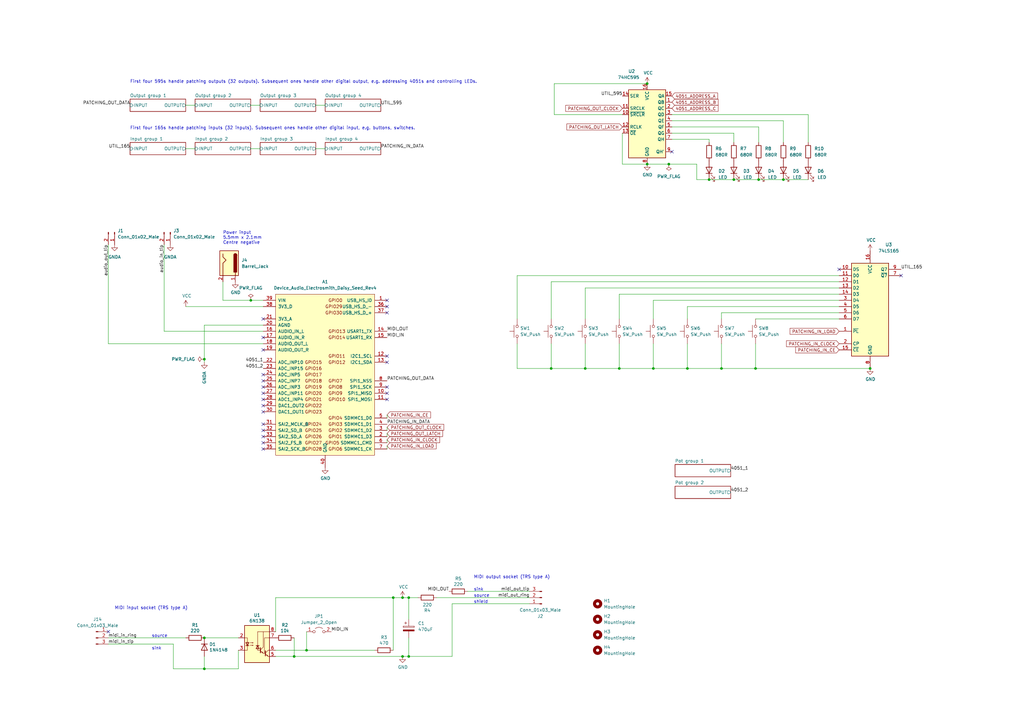
<source format=kicad_sch>
(kicad_sch (version 20211123) (generator eeschema)
  (paper "A3")
  (lib_symbols
    (symbol "74xx:74HC595"
      (property "Reference" "U" (at -7.62 13.97 0))
      (property "Value" "74HC595" (at -7.62 -16.51 0))
      (symbol "74HC595_1_0"
        (pin tri_state line (at 10.16 7.62 180) (length 2.54) (name "QB") (number "1"))
        (pin input line (at -10.16 2.54 0) (length 2.54) (name "~{SRCLR}") (number "10"))
        (pin input line (at -10.16 5.08 0) (length 2.54) (name "SRCLK") (number "11"))
        (pin input line (at -10.16 -2.54 0) (length 2.54) (name "RCLK") (number "12"))
        (pin input line (at -10.16 -5.08 0) (length 2.54) (name "~{OE}") (number "13"))
        (pin input line (at -10.16 10.16 0) (length 2.54) (name "SER") (number "14"))
        (pin tri_state line (at 10.16 10.16 180) (length 2.54) (name "QA") (number "15"))
        (pin power_in line (at 0 15.24 270) (length 2.54) (name "VCC") (number "16"))
        (pin tri_state line (at 10.16 5.08 180) (length 2.54) (name "QC") (number "2"))
        (pin tri_state line (at 10.16 2.54 180) (length 2.54) (name "QD") (number "3"))
        (pin tri_state line (at 10.16 0 180) (length 2.54) (name "QE") (number "4"))
        (pin tri_state line (at 10.16 -2.54 180) (length 2.54) (name "QF") (number "5"))
        (pin tri_state line (at 10.16 -5.08 180) (length 2.54) (name "QG") (number "6"))
        (pin tri_state line (at 10.16 -7.62 180) (length 2.54) (name "QH") (number "7"))
        (pin power_in line (at 0 -17.78 90) (length 2.54) (name "GND") (number "8"))
        (pin output line (at 10.16 -12.7 180) (length 2.54) (name "QH'") (number "9"))
      )
      (symbol "74HC595_1_1"
        (rectangle (start -7.62 12.7) (end 7.62 -15.24) (stroke (width 0.254)) (fill (type background)))
      )
    )
    (symbol "74xx:74LS165"
      (property "Reference" "U" (at -7.62 19.05 0))
      (property "Value" "74LS165" (at -7.62 -21.59 0))
      (symbol "74LS165_1_0"
        (pin input line (at -12.7 -10.16 0) (length 5.08) (name "~{PL}") (number "1"))
        (pin input line (at -12.7 15.24 0) (length 5.08) (name "DS") (number "10"))
        (pin input line (at -12.7 12.7 0) (length 5.08) (name "D0") (number "11"))
        (pin input line (at -12.7 10.16 0) (length 5.08) (name "D1") (number "12"))
        (pin input line (at -12.7 7.62 0) (length 5.08) (name "D2") (number "13"))
        (pin input line (at -12.7 5.08 0) (length 5.08) (name "D3") (number "14"))
        (pin input line (at -12.7 -17.78 0) (length 5.08) (name "~{CE}") (number "15"))
        (pin power_in line (at 0 22.86 270) (length 5.08) (name "VCC") (number "16"))
        (pin input line (at -12.7 -15.24 0) (length 5.08) (name "CP") (number "2"))
        (pin input line (at -12.7 2.54 0) (length 5.08) (name "D4") (number "3"))
        (pin input line (at -12.7 0 0) (length 5.08) (name "D5") (number "4"))
        (pin input line (at -12.7 -2.54 0) (length 5.08) (name "D6") (number "5"))
        (pin input line (at -12.7 -5.08 0) (length 5.08) (name "D7") (number "6"))
        (pin output line (at 12.7 12.7 180) (length 5.08) (name "~{Q7}") (number "7"))
        (pin power_in line (at 0 -25.4 90) (length 5.08) (name "GND") (number "8"))
        (pin output line (at 12.7 15.24 180) (length 5.08) (name "Q7") (number "9"))
      )
      (symbol "74LS165_1_1"
        (rectangle (start -7.62 17.78) (end 7.62 -20.32) (stroke (width 0.254)) (fill (type background)))
      )
    )
    (symbol "Connector:Barrel_Jack" (pin_names (offset 1.016))
      (property "Reference" "J" (at 0 5.334 0))
      (property "Value" "Barrel_Jack" (at 0 -5.08 0))
      (symbol "Barrel_Jack_0_1"
        (rectangle (start -5.08 3.81) (end 5.08 -3.81) (stroke (width 0.254)) (fill (type background)))
        (arc (start -3.302 3.175) (mid -3.937 2.54) (end -3.302 1.905) (stroke (width 0.254)))
        (arc (start -3.302 3.175) (mid -3.937 2.54) (end -3.302 1.905) (stroke (width 0.254)) (fill (type outline)))
        (polyline (pts (xy 5.08 2.54) (xy 3.81 2.54)) (stroke (width 0.254)))
        (polyline (pts (xy -3.81 -2.54) (xy -2.54 -2.54) (xy -1.27 -1.27) (xy 0 -2.54) (xy 2.54 -2.54) (xy 5.08 -2.54)) (stroke (width 0.254)))
        (rectangle (start 3.683 3.175) (end -3.302 1.905) (stroke (width 0.254)) (fill (type outline)))
      )
      (symbol "Barrel_Jack_1_1"
        (pin passive line (at 7.62 2.54 180) (length 2.54) (name "~") (number "1"))
        (pin passive line (at 7.62 -2.54 180) (length 2.54) (name "~") (number "2"))
      )
    )
    (symbol "Connector:Conn_01x02_Male" (pin_names (offset 1.016) hide)
      (property "Reference" "J" (at 0 2.54 0))
      (property "Value" "Conn_01x02_Male" (at 0 -5.08 0))
      (symbol "Conn_01x02_Male_1_1"
        (polyline (pts (xy 1.27 -2.54) (xy 0.8636 -2.54)) (stroke (width 0.1524)))
        (polyline (pts (xy 1.27 0) (xy 0.8636 0)) (stroke (width 0.1524)))
        (rectangle (start 0.8636 -2.413) (end 0 -2.667) (stroke (width 0.1524)) (fill (type outline)))
        (rectangle (start 0.8636 0.127) (end 0 -0.127) (stroke (width 0.1524)) (fill (type outline)))
        (pin passive line (at 5.08 0 180) (length 3.81) (name "Pin_1") (number "1"))
        (pin passive line (at 5.08 -2.54 180) (length 3.81) (name "Pin_2") (number "2"))
      )
    )
    (symbol "Connector:Conn_01x03_Male" (pin_names (offset 1.016) hide)
      (property "Reference" "J" (at 0 5.08 0))
      (property "Value" "Conn_01x03_Male" (at 0 -5.08 0))
      (symbol "Conn_01x03_Male_1_1"
        (polyline (pts (xy 1.27 -2.54) (xy 0.8636 -2.54)) (stroke (width 0.1524)))
        (polyline (pts (xy 1.27 0) (xy 0.8636 0)) (stroke (width 0.1524)))
        (polyline (pts (xy 1.27 2.54) (xy 0.8636 2.54)) (stroke (width 0.1524)))
        (rectangle (start 0.8636 -2.413) (end 0 -2.667) (stroke (width 0.1524)) (fill (type outline)))
        (rectangle (start 0.8636 0.127) (end 0 -0.127) (stroke (width 0.1524)) (fill (type outline)))
        (rectangle (start 0.8636 2.667) (end 0 2.413) (stroke (width 0.1524)) (fill (type outline)))
        (pin passive line (at 5.08 2.54 180) (length 3.81) (name "Pin_1") (number "1"))
        (pin passive line (at 5.08 0 180) (length 3.81) (name "Pin_2") (number "2"))
        (pin passive line (at 5.08 -2.54 180) (length 3.81) (name "Pin_3") (number "3"))
      )
    )
    (symbol "Device:C_Polarized" (pin_numbers hide) (pin_names (offset 0.254))
      (property "Reference" "C" (at 0.635 2.54 0))
      (property "Value" "C_Polarized" (at 0.635 -2.54 0))
      (symbol "C_Polarized_0_1"
        (rectangle (start -2.286 0.508) (end 2.286 1.016))
        (polyline (pts (xy -1.778 2.286) (xy -0.762 2.286)))
        (polyline (pts (xy -1.27 2.794) (xy -1.27 1.778)))
        (rectangle (start 2.286 -0.508) (end -2.286 -1.016) (fill (type outline)))
      )
      (symbol "C_Polarized_1_1"
        (pin passive line (at 0 3.81 270) (length 2.794) (name "~") (number "1"))
        (pin passive line (at 0 -3.81 90) (length 2.794) (name "~") (number "2"))
      )
    )
    (symbol "Device:LED" (pin_numbers hide) (pin_names (offset 1.016) hide)
      (property "Reference" "D" (at 0 2.54 0))
      (property "Value" "LED" (at 0 -2.54 0))
      (symbol "LED_0_1"
        (polyline (pts (xy -1.27 -1.27) (xy -1.27 1.27)) (stroke (width 0.254)))
        (polyline (pts (xy -1.27 0) (xy 1.27 0)))
        (polyline (pts (xy 1.27 -1.27) (xy 1.27 1.27) (xy -1.27 0) (xy 1.27 -1.27)) (stroke (width 0.254)))
        (polyline (pts (xy -3.048 -0.762) (xy -4.572 -2.286) (xy -3.81 -2.286) (xy -4.572 -2.286) (xy -4.572 -1.524)))
        (polyline (pts (xy -1.778 -0.762) (xy -3.302 -2.286) (xy -2.54 -2.286) (xy -3.302 -2.286) (xy -3.302 -1.524)))
      )
      (symbol "LED_1_1"
        (pin passive line (at -3.81 0 0) (length 2.54) (name "K") (number "1"))
        (pin passive line (at 3.81 0 180) (length 2.54) (name "A") (number "2"))
      )
    )
    (symbol "Device:R" (pin_numbers hide) (pin_names (offset 0))
      (property "Reference" "R" (at 2.032 0 90))
      (property "Value" "R" (at 0 0 90))
      (symbol "R_0_1"
        (rectangle (start -1.016 -2.54) (end 1.016 2.54) (stroke (width 0.254)))
      )
      (symbol "R_1_1"
        (pin passive line (at 0 3.81 270) (length 1.27) (name "~") (number "1"))
        (pin passive line (at 0 -3.81 90) (length 1.27) (name "~") (number "2"))
      )
    )
    (symbol "Device_Audio_Electrosmith_Daisy_Seed:Device_Audio_Electrosmith_Daisy_Seed_Rev4" (pin_names (offset 1.016))
      (property "Reference" "A" (at -20.32 34.29 0))
      (property "Value" "Device_Audio_Electrosmith_Daisy_Seed_Rev4" (at 20.32 36.83 0))
      (symbol "Device_Audio_Electrosmith_Daisy_Seed_Rev4_0_0"
        (text "GPIO0" (at 1.27 30.48 0) (effects (font (size 1.27 1.27)) (justify left)))
        (text "GPIO1" (at 1.27 -25.4 0) (effects (font (size 1.27 1.27)) (justify left)))
        (text "GPIO10" (at 1.27 -10.16 0) (effects (font (size 1.27 1.27)) (justify left)))
        (text "GPIO11" (at 1.27 7.62 0) (effects (font (size 1.27 1.27)) (justify left)))
        (text "GPIO12" (at 1.27 5.08 0) (effects (font (size 1.27 1.27)) (justify left)))
        (text "GPIO13" (at 1.27 17.78 0) (effects (font (size 1.27 1.27)) (justify left)))
        (text "GPIO14" (at 1.27 15.24 0) (effects (font (size 1.27 1.27)) (justify left)))
        (text "GPIO15" (at -1.27 5.08 0) (effects (font (size 1.27 1.27)) (justify right)))
        (text "GPIO16" (at -1.27 2.54 0) (effects (font (size 1.27 1.27)) (justify right)))
        (text "GPIO17" (at -1.27 0 0) (effects (font (size 1.27 1.27)) (justify right)))
        (text "GPIO18" (at -1.27 -2.54 0) (effects (font (size 1.27 1.27)) (justify right)))
        (text "GPIO19" (at -1.27 -5.08 0) (effects (font (size 1.27 1.27)) (justify right)))
        (text "GPIO2" (at 1.27 -22.86 0) (effects (font (size 1.27 1.27)) (justify left)))
        (text "GPIO20" (at -1.27 -7.62 0) (effects (font (size 1.27 1.27)) (justify right)))
        (text "GPIO21" (at -1.27 -10.16 0) (effects (font (size 1.27 1.27)) (justify right)))
        (text "GPIO22" (at -1.27 -12.7 0) (effects (font (size 1.27 1.27)) (justify right)))
        (text "GPIO23" (at -1.27 -15.24 0) (effects (font (size 1.27 1.27)) (justify right)))
        (text "GPIO24" (at -1.27 -20.32 0) (effects (font (size 1.27 1.27)) (justify right)))
        (text "GPIO25" (at -1.27 -22.86 0) (effects (font (size 1.27 1.27)) (justify right)))
        (text "GPIO26" (at -1.27 -25.4 0) (effects (font (size 1.27 1.27)) (justify right)))
        (text "GPIO27" (at -1.27 -27.94 0) (effects (font (size 1.27 1.27)) (justify right)))
        (text "GPIO28" (at -1.27 -30.48 0) (effects (font (size 1.27 1.27)) (justify right)))
        (text "GPIO29" (at 0 27.94 0) (effects (font (size 1.27 1.27)) (justify left)))
        (text "GPIO3" (at 1.27 -20.32 0) (effects (font (size 1.27 1.27)) (justify left)))
        (text "GPIO30" (at 0 25.4 0) (effects (font (size 1.27 1.27)) (justify left)))
        (text "GPIO4" (at 1.27 -17.78 0) (effects (font (size 1.27 1.27)) (justify left)))
        (text "GPIO5" (at 0 -27.94 0) (effects (font (size 1.27 1.27)) (justify left)))
        (text "GPIO6" (at 1.27 -30.48 0) (effects (font (size 1.27 1.27)) (justify left)))
        (text "GPIO7" (at 1.27 -2.54 0) (effects (font (size 1.27 1.27)) (justify left)))
        (text "GPIO8" (at 1.27 -5.08 0) (effects (font (size 1.27 1.27)) (justify left)))
        (text "GPIO9" (at 1.27 -7.62 0) (effects (font (size 1.27 1.27)) (justify left)))
        (pin bidirectional line (at 25.4 30.48 180) (length 5.08) (name "USB_HS_ID") (number "1"))
        (pin bidirectional line (at 25.4 -7.62 180) (length 5.08) (name "SPI1_MISO") (number "10"))
        (pin bidirectional line (at 25.4 -10.16 180) (length 5.08) (name "SPI1_MOSI") (number "11"))
        (pin bidirectional line (at 25.4 7.62 180) (length 5.08) (name "I2C1_SCL") (number "12"))
        (pin bidirectional line (at 25.4 5.08 180) (length 5.08) (name "I2C1_SDA") (number "13"))
        (pin bidirectional line (at 25.4 17.78 180) (length 5.08) (name "USART1_TX") (number "14"))
        (pin bidirectional line (at 25.4 15.24 180) (length 5.08) (name "USART1_RX") (number "15"))
        (pin input line (at -25.4 17.78 0) (length 5.08) (name "AUDIO_IN_L") (number "16"))
        (pin input line (at -25.4 15.24 0) (length 5.08) (name "AUDIO_IN_R") (number "17"))
        (pin output line (at -25.4 12.7 0) (length 5.08) (name "AUDIO_OUT_L") (number "18"))
        (pin output line (at -25.4 10.16 0) (length 5.08) (name "AUDIO_OUT_R") (number "19"))
        (pin bidirectional line (at 25.4 -25.4 180) (length 5.08) (name "SDMMC1_D3") (number "2"))
        (pin passive line (at -25.4 20.32 0) (length 5.08) (name "AGND") (number "20"))
        (pin power_out line (at -25.4 22.86 0) (length 5.08) (name "3V3_A") (number "21"))
        (pin bidirectional line (at -25.4 5.08 0) (length 5.08) (name "ADC_INP10") (number "22"))
        (pin bidirectional line (at -25.4 2.54 0) (length 5.08) (name "ADC_INP15") (number "23"))
        (pin bidirectional line (at -25.4 0 0) (length 5.08) (name "ADC_INP5") (number "24"))
        (pin bidirectional line (at -25.4 -2.54 0) (length 5.08) (name "ADC_INP7") (number "25"))
        (pin bidirectional line (at -25.4 -5.08 0) (length 5.08) (name "ADC_INP3") (number "26"))
        (pin bidirectional line (at -25.4 -7.62 0) (length 5.08) (name "ADC_INP11") (number "27"))
        (pin bidirectional line (at -25.4 -10.16 0) (length 5.08) (name "ADC1_INP4") (number "28"))
        (pin bidirectional line (at -25.4 -12.7 0) (length 5.08) (name "DAC1_OUT2") (number "29"))
        (pin bidirectional line (at 25.4 -22.86 180) (length 5.08) (name "SDMMC1_D2") (number "3"))
        (pin bidirectional line (at -25.4 -15.24 0) (length 5.08) (name "DAC1_OUT1") (number "30"))
        (pin bidirectional line (at -25.4 -20.32 0) (length 5.08) (name "SAI2_MCLK_B") (number "31"))
        (pin bidirectional line (at -25.4 -22.86 0) (length 5.08) (name "SAI2_SD_B") (number "32"))
        (pin bidirectional line (at -25.4 -25.4 0) (length 5.08) (name "SAI2_SD_A") (number "33"))
        (pin bidirectional line (at -25.4 -27.94 0) (length 5.08) (name "SAI2_FS_B") (number "34"))
        (pin bidirectional line (at -25.4 -30.48 0) (length 5.08) (name "SAI2_SCK_B") (number "35"))
        (pin bidirectional line (at 25.4 27.94 180) (length 5.08) (name "USB_HS_D_-") (number "36"))
        (pin bidirectional line (at 25.4 25.4 180) (length 5.08) (name "USB_HS_D_+") (number "37"))
        (pin power_out line (at -25.4 27.94 0) (length 5.08) (name "3V3_D") (number "38"))
        (pin power_in line (at -25.4 30.48 0) (length 5.08) (name "VIN") (number "39"))
        (pin bidirectional line (at 25.4 -20.32 180) (length 5.08) (name "SDMMC1_D1") (number "4"))
        (pin passive line (at 0 -38.1 90) (length 5.08) (name "GND") (number "40"))
        (pin bidirectional line (at 25.4 -17.78 180) (length 5.08) (name "SDMMC1_D0") (number "5"))
        (pin bidirectional line (at 25.4 -27.94 180) (length 5.08) (name "SDMMC1_CMD") (number "6"))
        (pin bidirectional line (at 25.4 -30.48 180) (length 5.08) (name "SDMMC1_CK") (number "7"))
        (pin bidirectional line (at 25.4 -2.54 180) (length 5.08) (name "SPI1_NSS") (number "8"))
        (pin bidirectional line (at 25.4 -5.08 180) (length 5.08) (name "SPI1_SCK") (number "9"))
      )
      (symbol "Device_Audio_Electrosmith_Daisy_Seed_Rev4_0_1"
        (rectangle (start -20.32 33.02) (end 20.32 -33.02) (fill (type background)))
      )
    )
    (symbol "Diode:1N4148" (pin_numbers hide) (pin_names (offset 1.016) hide)
      (property "Reference" "D" (at 0 2.54 0))
      (property "Value" "1N4148" (at 0 -2.54 0))
      (symbol "1N4148_0_1"
        (polyline (pts (xy -1.27 1.27) (xy -1.27 -1.27)) (stroke (width 0.254)))
        (polyline (pts (xy 1.27 0) (xy -1.27 0)))
        (polyline (pts (xy 1.27 1.27) (xy 1.27 -1.27) (xy -1.27 0) (xy 1.27 1.27)) (stroke (width 0.254)))
      )
      (symbol "1N4148_1_1"
        (pin passive line (at -3.81 0 0) (length 2.54) (name "K") (number "1"))
        (pin passive line (at 3.81 0 180) (length 2.54) (name "A") (number "2"))
      )
    )
    (symbol "Isolator:6N138" (pin_names (offset 1.016) hide)
      (property "Reference" "U" (at -4.064 8.89 0))
      (property "Value" "6N138" (at 2.286 8.89 0))
      (symbol "6N138_0_1"
        (rectangle (start -5.08 7.62) (end 5.08 -7.62) (stroke (width 0.254)) (fill (type background)))
        (polyline (pts (xy -4.572 -0.635) (xy -3.302 -0.635)) (stroke (width 0.254)))
        (polyline (pts (xy 0.889 -0.635) (xy -0.381 -0.635)) (stroke (width 0.254)))
        (polyline (pts (xy 1.397 -2.667) (xy 2.54 -3.81)))
        (polyline (pts (xy 1.397 -2.413) (xy 2.54 -1.27)))
        (polyline (pts (xy 2.54 -3.81) (xy 3.175 -3.81)))
        (polyline (pts (xy 3.429 -3.937) (xy 4.572 -5.08)))
        (polyline (pts (xy 3.429 -3.683) (xy 4.572 -2.54)))
        (polyline (pts (xy 4.572 -5.08) (xy 5.08 -5.08)))
        (polyline (pts (xy 4.572 -2.54) (xy 5.08 -2.54)))
        (polyline (pts (xy 1.397 -1.524) (xy 1.397 -3.556) (xy 1.397 -3.556)) (stroke (width 0.3556)))
        (polyline (pts (xy 2.54 -1.27) (xy 2.54 5.08) (xy 5.08 5.08)))
        (polyline (pts (xy 3.429 -2.794) (xy 3.429 -4.826) (xy 3.429 -4.826)) (stroke (width 0.3556)))
        (polyline (pts (xy 5.08 2.54) (xy 3.048 2.54) (xy 3.048 -3.81)))
        (polyline (pts (xy -5.08 -2.54) (xy -3.937 -2.54) (xy -3.937 2.54) (xy -5.08 2.54)))
        (polyline (pts (xy -3.937 -0.635) (xy -4.572 0.635) (xy -3.302 0.635) (xy -3.937 -0.635)) (stroke (width 0.254)))
        (polyline (pts (xy 0.254 -0.635) (xy 0.889 -1.905) (xy -0.381 -1.905) (xy 0.254 -0.635)) (stroke (width 0.254)))
        (polyline (pts (xy 1.27 -2.54) (xy 0.254 -2.54) (xy 0.254 5.08) (xy 2.54 5.08)))
        (polyline (pts (xy 2.413 -3.683) (xy 2.159 -3.175) (xy 1.905 -3.429) (xy 2.413 -3.683)))
        (polyline (pts (xy 4.445 -4.953) (xy 4.191 -4.445) (xy 3.937 -4.699) (xy 4.445 -4.953)))
        (polyline (pts (xy -2.794 -0.508) (xy -1.524 -0.508) (xy -1.905 -0.635) (xy -1.905 -0.381) (xy -1.524 -0.508)))
        (polyline (pts (xy -2.794 0.508) (xy -1.524 0.508) (xy -1.905 0.381) (xy -1.905 0.635) (xy -1.524 0.508)))
      )
      (symbol "6N138_1_1"
        (pin no_connect line (at -5.08 5.08 0) (length 2.54) hide (name "NC") (number "1"))
        (pin passive line (at -7.62 2.54 0) (length 2.54) (name "C1") (number "2"))
        (pin passive line (at -7.62 -2.54 0) (length 2.54) (name "C2") (number "3"))
        (pin no_connect line (at -5.08 -5.08 0) (length 2.54) hide (name "NC") (number "4"))
        (pin passive line (at 7.62 -5.08 180) (length 2.54) (name "GND") (number "5"))
        (pin passive line (at 7.62 -2.54 180) (length 2.54) (name "VO2") (number "6"))
        (pin passive line (at 7.62 2.54 180) (length 2.54) (name "VO1") (number "7"))
        (pin passive line (at 7.62 5.08 180) (length 2.54) (name "VCC") (number "8"))
      )
    )
    (symbol "Jumper:Jumper_2_Open" (pin_names (offset 0) hide)
      (property "Reference" "JP" (at 0 2.794 0))
      (property "Value" "Jumper_2_Open" (at 0 -2.286 0))
      (symbol "Jumper_2_Open_0_0"
        (circle (center -2.032 0) (radius 0.508))
        (circle (center 2.032 0) (radius 0.508))
      )
      (symbol "Jumper_2_Open_0_1"
        (arc (start 1.524 1.27) (mid 0 1.778) (end -1.524 1.27))
      )
      (symbol "Jumper_2_Open_1_1"
        (pin passive line (at -5.08 0 0) (length 2.54) (name "A") (number "1"))
        (pin passive line (at 5.08 0 180) (length 2.54) (name "B") (number "2"))
      )
    )
    (symbol "Mechanical:MountingHole" (pin_names (offset 1.016))
      (property "Reference" "H" (at 0 5.08 0))
      (property "Value" "MountingHole" (at 0 3.175 0))
      (symbol "MountingHole_0_1"
        (circle (center 0 0) (radius 1.27) (stroke (width 1.27)))
      )
    )
    (symbol "Switch:SW_Push" (pin_numbers hide) (pin_names (offset 1.016) hide)
      (property "Reference" "SW" (at 1.27 2.54 0))
      (property "Value" "SW_Push" (at 0 -1.524 0))
      (symbol "SW_Push_0_1"
        (circle (center -2.032 0) (radius 0.508))
        (polyline (pts (xy 0 1.27) (xy 0 3.048)))
        (polyline (pts (xy 2.54 1.27) (xy -2.54 1.27)))
        (circle (center 2.032 0) (radius 0.508))
        (pin passive line (at -5.08 0 0) (length 2.54) (name "1") (number "1"))
        (pin passive line (at 5.08 0 180) (length 2.54) (name "2") (number "2"))
      )
    )
    (symbol "power:GND" (power) (pin_names (offset 0))
      (property "Value" "GND" (at 0 -3.81 0))
      (symbol "GND_0_1"
        (polyline (pts (xy 0 0) (xy 0 -1.27) (xy 1.27 -1.27) (xy 0 -2.54) (xy -1.27 -1.27) (xy 0 -1.27)))
      )
      (symbol "GND_1_1"
        (pin power_in line (at 0 0 270) (length 0) hide (name "GND") (number "1"))
      )
    )
    (symbol "power:GNDA" (power) (pin_names (offset 0))
      (property "Value" "GNDA" (at 0 -3.81 0))
      (symbol "GNDA_0_1"
        (polyline (pts (xy 0 0) (xy 0 -1.27) (xy 1.27 -1.27) (xy 0 -2.54) (xy -1.27 -1.27) (xy 0 -1.27)))
      )
      (symbol "GNDA_1_1"
        (pin power_in line (at 0 0 270) (length 0) hide (name "GNDA") (number "1"))
      )
    )
    (symbol "power:PWR_FLAG" (power) (pin_numbers hide) (pin_names (offset 0) hide)
      (property "Value" "PWR_FLAG" (at 0 3.81 0))
      (symbol "PWR_FLAG_0_0"
        (pin power_out line (at 0 0 90) (length 0) (name "pwr") (number "1"))
      )
      (symbol "PWR_FLAG_0_1"
        (polyline (pts (xy 0 0) (xy 0 1.27) (xy -1.016 1.905) (xy 0 2.54) (xy 1.016 1.905) (xy 0 1.27)))
      )
    )
    (symbol "power:VCC" (power) (pin_names (offset 0))
      (property "Value" "VCC" (at 0 3.81 0))
      (symbol "VCC_0_1"
        (polyline (pts (xy -0.762 1.27) (xy 0 2.54)))
        (polyline (pts (xy 0 0) (xy 0 2.54)))
        (polyline (pts (xy 0 2.54) (xy 0.762 1.27)))
      )
      (symbol "VCC_1_1"
        (pin power_in line (at 0 0 90) (length 0) hide (name "VCC") (number "1"))
      )
    )
  )
  (junction (at 240.03 151.13))
  (junction (at 83.82 261.62))
  (junction (at 309.88 151.13))
  (junction (at 165.1 269.24))
  (junction (at 226.06 151.13))
  (junction (at 167.64 269.24))
  (junction (at 83.82 147.32))
  (junction (at 267.97 151.13))
  (junction (at 321.31 73.66))
  (junction (at 274.32 67.31))
  (junction (at 265.43 67.31))
  (junction (at 265.43 34.29))
  (junction (at 102.87 123.19))
  (junction (at 83.82 274.32))
  (junction (at 161.29 245.11))
  (junction (at 290.83 73.66))
  (junction (at 281.94 151.13))
  (junction (at 311.15 73.66))
  (junction (at 167.64 245.11))
  (junction (at 295.91 151.13))
  (junction (at 125.73 266.7))
  (junction (at 356.87 151.13))
  (junction (at 254 151.13))
  (junction (at 165.1 245.11))
  (junction (at 300.99 73.66))
  (junction (at 120.65 269.24))
  (no_connect (at 369.57 113.03))
  (no_connect (at 344.17 110.49))
  (no_connect (at 107.95 143.51))
  (no_connect (at 107.95 138.43))
  (no_connect (at 275.59 62.23))
  (no_connect (at 107.95 130.81))
  (no_connect (at 158.75 158.75))
  (no_connect (at 158.75 163.83))
  (no_connect (at 158.75 161.29))
  (no_connect (at 158.75 123.19))
  (no_connect (at 158.75 125.73))
  (no_connect (at 158.75 128.27))
  (no_connect (at 107.95 158.75))
  (no_connect (at 107.95 168.91))
  (no_connect (at 107.95 166.37))
  (no_connect (at 107.95 163.83))
  (no_connect (at 107.95 161.29))
  (no_connect (at 107.95 156.21))
  (no_connect (at 107.95 181.61))
  (no_connect (at 107.95 179.07))
  (no_connect (at 107.95 184.15))
  (no_connect (at 107.95 176.53))
  (no_connect (at 107.95 173.99))
  (no_connect (at 158.75 148.59))
  (no_connect (at 158.75 146.05))
  (no_connect (at 107.95 153.67))
  (no_connect (at 44.45 259.08))
  (wire (pts (xy 76.2 60.96) (xy 80.01 60.96)))
  (wire (pts (xy 254 140.97) (xy 254 151.13)))
  (wire (pts (xy 274.32 67.31) (xy 285.75 67.31)))
  (wire (pts (xy 107.95 133.35) (xy 83.82 133.35)))
  (wire (pts (xy 113.03 245.11) (xy 161.29 245.11)))
  (wire (pts (xy 344.17 113.03) (xy 212.09 113.03)))
  (wire (pts (xy 129.54 60.96) (xy 133.35 60.96)))
  (wire (pts (xy 97.79 274.32) (xy 83.82 274.32)))
  (wire (pts (xy 158.75 177.8) (xy 158.75 179.07)))
  (wire (pts (xy 226.06 151.13) (xy 240.03 151.13)))
  (wire (pts (xy 165.1 269.24) (xy 167.64 269.24)))
  (wire (pts (xy 295.91 140.97) (xy 295.91 151.13)))
  (wire (pts (xy 91.44 123.19) (xy 102.87 123.19)))
  (wire (pts (xy 275.59 49.53) (xy 321.31 49.53)))
  (wire (pts (xy 344.17 118.11) (xy 240.03 118.11)))
  (wire (pts (xy 227.33 46.99) (xy 227.33 34.29)))
  (wire (pts (xy 290.83 73.66) (xy 300.99 73.66)))
  (wire (pts (xy 167.64 254) (xy 167.64 245.11)))
  (wire (pts (xy 281.94 140.97) (xy 281.94 151.13)))
  (wire (pts (xy 185.42 247.65) (xy 217.17 247.65)))
  (wire (pts (xy 275.59 57.15) (xy 290.83 57.15)))
  (wire (pts (xy 67.31 100.33) (xy 67.31 135.89)))
  (wire (pts (xy 254 120.65) (xy 254 130.81)))
  (wire (pts (xy 267.97 123.19) (xy 267.97 130.81)))
  (wire (pts (xy 226.06 140.97) (xy 226.06 151.13)))
  (wire (pts (xy 165.1 245.11) (xy 167.64 245.11)))
  (wire (pts (xy 167.64 245.11) (xy 171.45 245.11)))
  (wire (pts (xy 255.27 67.31) (xy 265.43 67.31)))
  (wire (pts (xy 44.45 264.16) (xy 71.12 264.16)))
  (wire (pts (xy 120.65 269.24) (xy 165.1 269.24)))
  (wire (pts (xy 275.59 54.61) (xy 300.99 54.61)))
  (wire (pts (xy 76.2 125.73) (xy 107.95 125.73)))
  (wire (pts (xy 158.75 182.88) (xy 158.75 184.15)))
  (wire (pts (xy 83.82 274.32) (xy 83.82 269.24)))
  (wire (pts (xy 120.65 261.62) (xy 120.65 269.24)))
  (wire (pts (xy 240.03 151.13) (xy 254 151.13)))
  (wire (pts (xy 227.33 34.29) (xy 265.43 34.29)))
  (wire (pts (xy 44.45 140.97) (xy 107.95 140.97)))
  (wire (pts (xy 113.03 269.24) (xy 120.65 269.24)))
  (wire (pts (xy 185.42 247.65) (xy 185.42 269.24)))
  (wire (pts (xy 311.15 52.07) (xy 311.15 58.42)))
  (wire (pts (xy 102.87 60.96) (xy 106.68 60.96)))
  (wire (pts (xy 212.09 151.13) (xy 226.06 151.13)))
  (wire (pts (xy 191.77 242.57) (xy 217.17 242.57)))
  (wire (pts (xy 44.45 261.62) (xy 76.2 261.62)))
  (wire (pts (xy 76.2 43.18) (xy 80.01 43.18)))
  (wire (pts (xy 102.87 43.18) (xy 106.68 43.18)))
  (wire (pts (xy 281.94 125.73) (xy 281.94 130.81)))
  (wire (pts (xy 226.06 115.57) (xy 226.06 130.81)))
  (wire (pts (xy 71.12 274.32) (xy 71.12 264.16)))
  (wire (pts (xy 129.54 43.18) (xy 133.35 43.18)))
  (wire (pts (xy 125.73 266.7) (xy 153.67 266.7)))
  (wire (pts (xy 295.91 151.13) (xy 309.88 151.13)))
  (wire (pts (xy 344.17 115.57) (xy 226.06 115.57)))
  (wire (pts (xy 83.82 147.32) (xy 83.82 148.59)))
  (wire (pts (xy 300.99 73.66) (xy 311.15 73.66)))
  (wire (pts (xy 300.99 54.61) (xy 300.99 58.42)))
  (wire (pts (xy 321.31 49.53) (xy 321.31 58.42)))
  (wire (pts (xy 91.44 123.19) (xy 91.44 115.57)))
  (wire (pts (xy 125.73 259.08) (xy 125.73 266.7)))
  (wire (pts (xy 254 151.13) (xy 267.97 151.13)))
  (wire (pts (xy 321.31 73.66) (xy 331.47 73.66)))
  (wire (pts (xy 179.07 245.11) (xy 217.17 245.11)))
  (wire (pts (xy 290.83 57.15) (xy 290.83 58.42)))
  (wire (pts (xy 83.82 274.32) (xy 71.12 274.32)))
  (wire (pts (xy 158.75 170.18) (xy 158.75 171.45)))
  (wire (pts (xy 267.97 140.97) (xy 267.97 151.13)))
  (wire (pts (xy 161.29 245.11) (xy 165.1 245.11)))
  (wire (pts (xy 344.17 123.19) (xy 267.97 123.19)))
  (wire (pts (xy 240.03 140.97) (xy 240.03 151.13)))
  (wire (pts (xy 161.29 266.7) (xy 161.29 245.11)))
  (wire (pts (xy 240.03 118.11) (xy 240.03 130.81)))
  (wire (pts (xy 67.31 135.89) (xy 107.95 135.89)))
  (wire (pts (xy 83.82 133.35) (xy 83.82 147.32)))
  (wire (pts (xy 255.27 54.61) (xy 255.27 67.31)))
  (wire (pts (xy 97.79 266.7) (xy 97.79 274.32)))
  (wire (pts (xy 344.17 120.65) (xy 254 120.65)))
  (wire (pts (xy 285.75 67.31) (xy 285.75 73.66)))
  (wire (pts (xy 44.45 100.33) (xy 44.45 140.97)))
  (wire (pts (xy 309.88 130.81) (xy 344.17 130.81)))
  (wire (pts (xy 158.75 175.26) (xy 158.75 176.53)))
  (wire (pts (xy 212.09 113.03) (xy 212.09 130.81)))
  (wire (pts (xy 275.59 52.07) (xy 311.15 52.07)))
  (wire (pts (xy 309.88 140.97) (xy 309.88 151.13)))
  (wire (pts (xy 227.33 46.99) (xy 255.27 46.99)))
  (wire (pts (xy 295.91 128.27) (xy 295.91 130.81)))
  (wire (pts (xy 83.82 261.62) (xy 97.79 261.62)))
  (wire (pts (xy 113.03 259.08) (xy 113.03 245.11)))
  (wire (pts (xy 331.47 46.99) (xy 331.47 58.42)))
  (wire (pts (xy 275.59 46.99) (xy 331.47 46.99)))
  (wire (pts (xy 265.43 67.31) (xy 274.32 67.31)))
  (wire (pts (xy 309.88 151.13) (xy 356.87 151.13)))
  (wire (pts (xy 158.75 180.34) (xy 158.75 181.61)))
  (wire (pts (xy 267.97 151.13) (xy 281.94 151.13)))
  (wire (pts (xy 113.03 266.7) (xy 125.73 266.7)))
  (wire (pts (xy 344.17 128.27) (xy 295.91 128.27)))
  (wire (pts (xy 281.94 151.13) (xy 295.91 151.13)))
  (wire (pts (xy 212.09 151.13) (xy 212.09 140.97)))
  (wire (pts (xy 285.75 73.66) (xy 290.83 73.66)))
  (wire (pts (xy 102.87 123.19) (xy 107.95 123.19)))
  (wire (pts (xy 167.64 269.24) (xy 185.42 269.24)))
  (wire (pts (xy 311.15 73.66) (xy 321.31 73.66)))
  (wire (pts (xy 167.64 261.62) (xy 167.64 269.24)))
  (wire (pts (xy 344.17 125.73) (xy 281.94 125.73)))
  (text "MIDI input socket (TRS type A)" (at 46.99 250.19 0) (effects (font (size 1.27 1.27)) (justify left bottom)))
  (text "First four 595s handle patching outputs (32 outputs). Subsequent ones handle other digital output, e.g. addressing 4051s and controlling LEDs." (at 53.34 34.29 0) (effects (font (size 1.27 1.27)) (justify left bottom)))
  (text "sink" (at 62.23 266.7 0) (effects (font (size 1.27 1.27)) (justify left bottom)))
  (text "sink" (at 194.31 242.57 0) (effects (font (size 1.27 1.27)) (justify left bottom)))
  (text "shield" (at 194.31 247.65 0) (effects (font (size 1.27 1.27)) (justify left bottom)))
  (text "First four 165s handle patching inputs (32 inputs). Subsequent ones handle other digital input, e.g. buttons, switches." (at 53.34 53.34 0) (effects (font (size 1.27 1.27)) (justify left bottom)))
  (text "source" (at 62.23 261.62 0) (effects (font (size 1.27 1.27)) (justify left bottom)))
  (text "Power input\n5.5mm x 2.1mm\nCentre negative" (at 91.44 100.33 0) (effects (font (size 1.27 1.27)) (justify left bottom)))
  (text "MIDI output socket (TRS type A)" (at 194.31 237.49 0) (effects (font (size 1.27 1.27)) (justify left bottom)))
  (text "source" (at 194.31 245.11 0) (effects (font (size 1.27 1.27)) (justify left bottom)))
  (label "midi_out_ring" (at 217.17 245.11 180))
  (label "4051_1" (at 299.72 193.04 0))
  (label "UTIL_165" (at 369.57 110.49 0))
  (label "PATCHING_OUT_DATA" (at 53.34 43.18 180))
  (label "UTIL_165" (at 53.34 60.96 180))
  (label "MIDI_OUT" (at 158.75 135.89 0))
  (label "4051_2" (at 107.95 151.13 180))
  (label "midi_in_tip" (at 44.45 264.16 0))
  (label "PATCHING_IN_DATA" (at 156.21 60.96 0))
  (label "midi_in_ring" (at 44.45 261.62 0))
  (label "MIDI_OUT" (at 184.15 242.57 180))
  (label "audio_in_tip" (at 67.31 100.33 270))
  (label "audio_out_tip" (at 44.45 100.33 270))
  (label "UTIL_595" (at 255.27 39.37 180))
  (label "midi_out_tip" (at 217.17 242.57 180))
  (label "4051_1" (at 107.95 148.59 180))
  (label "4051_2" (at 299.72 201.93 0))
  (label "UTIL_595" (at 156.21 43.18 0))
  (label "MIDI_IN" (at 158.75 138.43 0))
  (label "PATCHING_IN_DATA" (at 158.75 173.99 0))
  (label "PATCHING_OUT_DATA" (at 158.75 156.21 0))
  (label "MIDI_IN" (at 135.89 259.08 0))
  (global_label "4051_ADDRESS_A" (shape input) (at 275.59 39.37 0) (property "Intersheet References" "${INTERSHEET_REFS}" (effects hide)))
  (global_label "4051_ADDRESS_C" (shape input) (at 275.59 44.45 0) (property "Intersheet References" "${INTERSHEET_REFS}" (effects hide)))
  (global_label "PATCHING_IN_CLOCK" (shape input) (at 158.75 180.34 0) (property "Intersheet References" "${INTERSHEET_REFS}" (effects hide)))
  (global_label "PATCHING_IN_CE" (shape input) (at 158.75 170.18 0) (property "Intersheet References" "${INTERSHEET_REFS}" (effects hide)))
  (global_label "PATCHING_IN_LOAD" (shape input) (at 158.75 182.88 0) (property "Intersheet References" "${INTERSHEET_REFS}" (effects hide)))
  (global_label "PATCHING_IN_CE" (shape input) (at 344.17 143.51 180) (property "Intersheet References" "${INTERSHEET_REFS}" (effects hide)))
  (global_label "PATCHING_OUT_LATCH" (shape input) (at 255.27 52.07 180) (property "Intersheet References" "${INTERSHEET_REFS}" (effects hide)))
  (global_label "PATCHING_IN_CLOCK" (shape input) (at 344.17 140.97 180) (property "Intersheet References" "${INTERSHEET_REFS}" (effects hide)))
  (global_label "PATCHING_OUT_CLOCK" (shape input) (at 158.75 175.26 0) (property "Intersheet References" "${INTERSHEET_REFS}" (effects hide)))
  (global_label "PATCHING_OUT_LATCH" (shape input) (at 158.75 177.8 0) (property "Intersheet References" "${INTERSHEET_REFS}" (effects hide)))
  (global_label "4051_ADDRESS_B" (shape input) (at 275.59 41.91 0) (property "Intersheet References" "${INTERSHEET_REFS}" (effects hide)))
  (global_label "PATCHING_OUT_CLOCK" (shape input) (at 255.27 44.45 180) (property "Intersheet References" "${INTERSHEET_REFS}" (effects hide)))
  (global_label "PATCHING_IN_LOAD" (shape input) (at 344.17 135.89 180) (property "Intersheet References" "${INTERSHEET_REFS}" (effects hide)))
  (symbol (lib_id "74xx:74HC595") (at 265.43 49.53 0) (unit 1)
    (property "Reference" "U2" (at 259.08 29.21 0))
    (property "Value" "74HC595" (at 257.81 31.75 0))
    (property "Footprint" "Package_SO:SOIC-16_3.9x9.9mm_P1.27mm" (effects hide))
    (property "Datasheet" "http://www.ti.com/lit/ds/symlink/sn74hc595.pdf" (effects hide))
  )
  (symbol (lib_id "power:VCC") (at 165.1 245.11 0) (unit 1)
    (property "Reference" "#PWR06" (effects hide))
    (property "Value" "VCC" (at 165.5318 240.7158 0))
  )
  (symbol (lib_id "Switch:SW_Push") (at 254 135.89 90) (unit 1)
    (property "Reference" "SW4" (at 255.27 134.6199 90) (effects (justify right)))
    (property "Value" "SW_Push" (at 255.27 137.1599 90) (effects (justify right)))
    (property "Footprint" "Button_Switch_THT:SW_PUSH-12mm" (effects hide))
  )
  (symbol (lib_id "power:GNDA") (at 83.82 148.59 0) (unit 1)
    (property "Reference" "#PWR04" (effects hide))
    (property "Value" "GNDA" (at 83.82 157.48 90) (effects (justify left)))
  )
  (symbol (lib_id "Mechanical:MountingHole") (at 245.11 254 0) (unit 1)
    (property "Reference" "H2" (at 247.65 252.7299 0) (effects (justify left)))
    (property "Value" "MountingHole" (at 247.65 255.2699 0) (effects (justify left)))
    (property "Footprint" "MountingHole:MountingHole_3.2mm_M3" (effects hide))
  )
  (symbol (lib_id "Switch:SW_Push") (at 212.09 135.89 90) (unit 1)
    (property "Reference" "SW1" (at 213.36 134.6199 90) (effects (justify right)))
    (property "Value" "SW_Push" (at 213.36 137.1599 90) (effects (justify right)))
    (property "Footprint" "Button_Switch_THT:SW_PUSH-12mm" (effects hide))
  )
  (symbol (lib_id "Mechanical:MountingHole") (at 245.11 247.65 0) (unit 1)
    (property "Reference" "H1" (at 247.65 246.3799 0) (effects (justify left)))
    (property "Value" "MountingHole" (at 247.65 248.9199 0) (effects (justify left)))
    (property "Footprint" "MountingHole:MountingHole_3.2mm_M3" (effects hide))
  )
  (symbol (lib_id "Device:R") (at 321.31 62.23 0) (unit 1)
    (property "Reference" "R9" (at 323.85 60.9599 0) (effects (justify left)))
    (property "Value" "680R" (at 323.85 63.4999 0) (effects (justify left)))
    (property "Footprint" "Resistor_SMD:R_0805_2012Metric" (effects hide))
  )
  (symbol (lib_id "Device:R") (at 116.84 261.62 270) (unit 1)
    (property "Reference" "R2" (at 116.84 256.3622 90))
    (property "Value" "10k" (at 116.84 258.6736 90))
    (property "Footprint" "Resistor_SMD:R_0805_2012Metric" (effects hide))
  )
  (symbol (lib_id "Switch:SW_Push") (at 295.91 135.89 90) (unit 1)
    (property "Reference" "SW7" (at 297.18 134.6199 90) (effects (justify right)))
    (property "Value" "SW_Push" (at 297.18 137.1599 90) (effects (justify right)))
    (property "Footprint" "Button_Switch_THT:SW_PUSH-12mm" (effects hide))
  )
  (symbol (lib_id "power:GND") (at 356.87 151.13 0) (unit 1)
    (property "Reference" "#PWR011" (effects hide))
    (property "Value" "GND" (at 356.997 155.5242 0))
  )
  (symbol (lib_id "Device:LED") (at 331.47 69.85 90) (unit 1)
    (property "Reference" "D6" (at 335.28 70.1674 90) (effects (justify right)))
    (property "Value" "LED" (at 335.28 72.7074 90) (effects (justify right)))
    (property "Footprint" "LED_THT:LED_D5.0mm" (effects hide))
  )
  (symbol (lib_id "power:GNDA") (at 46.99 100.33 0) (unit 1)
    (property "Reference" "#PWR01" (effects hide))
    (property "Value" "GNDA" (at 46.99 105.41 0))
  )
  (symbol (lib_id "Device:R") (at 331.47 62.23 0) (unit 1)
    (property "Reference" "R10" (at 334.01 60.9599 0) (effects (justify left)))
    (property "Value" "680R" (at 334.01 63.4999 0) (effects (justify left)))
    (property "Footprint" "Resistor_SMD:R_0805_2012Metric" (effects hide))
  )
  (symbol (lib_id "Device:R") (at 300.99 62.23 0) (unit 1)
    (property "Reference" "R7" (at 303.53 60.9599 0) (effects (justify left)))
    (property "Value" "680R" (at 303.53 63.4999 0) (effects (justify left)))
    (property "Footprint" "Resistor_SMD:R_0805_2012Metric" (effects hide))
  )
  (symbol (lib_id "Mechanical:MountingHole") (at 245.11 260.35 0) (unit 1)
    (property "Reference" "H3" (at 247.65 259.0799 0) (effects (justify left)))
    (property "Value" "MountingHole" (at 247.65 261.6199 0) (effects (justify left)))
    (property "Footprint" "MountingHole:MountingHole_3.2mm_M3" (effects hide))
  )
  (symbol (lib_id "power:PWR_FLAG") (at 274.32 67.31 180) (unit 1)
    (property "Reference" "#FLG0103" (effects hide))
    (property "Value" "PWR_FLAG" (at 274.32 72.39 0))
  )
  (symbol (lib_id "Jumper:Jumper_2_Open") (at 130.81 259.08 0) (unit 1)
    (property "Reference" "JP1" (at 130.81 252.73 0))
    (property "Value" "Jumper_2_Open" (at 130.81 255.27 0))
    (property "Footprint" "Connector_PinHeader_2.54mm:PinHeader_1x02_P2.54mm_Vertical" (effects hide))
  )
  (symbol (lib_id "Connector:Conn_01x02_Male") (at 69.85 95.25 270) (unit 1)
    (property "Reference" "J3" (at 71.12 94.6149 90) (effects (justify left)))
    (property "Value" "Conn_01x02_Male" (at 71.12 97.1549 90) (effects (justify left)))
    (property "Footprint" "Connector_PinHeader_2.54mm:PinHeader_1x02_P2.54mm_Vertical" (effects hide))
  )
  (symbol (lib_id "Device:LED") (at 321.31 69.85 90) (unit 1)
    (property "Reference" "D5" (at 325.12 70.1674 90) (effects (justify right)))
    (property "Value" "LED" (at 325.12 72.7074 90) (effects (justify right)))
    (property "Footprint" "LED_THT:LED_D5.0mm" (effects hide))
  )
  (symbol (lib_id "Device:LED") (at 300.99 69.85 90) (unit 1)
    (property "Reference" "D3" (at 304.8 70.1674 90) (effects (justify right)))
    (property "Value" "LED" (at 304.8 72.7074 90) (effects (justify right)))
    (property "Footprint" "LED_THT:LED_D5.0mm" (effects hide))
  )
  (symbol (lib_id "Switch:SW_Push") (at 281.94 135.89 90) (unit 1)
    (property "Reference" "SW6" (at 283.21 134.6199 90) (effects (justify right)))
    (property "Value" "SW_Push" (at 283.21 137.1599 90) (effects (justify right)))
    (property "Footprint" "Button_Switch_THT:SW_PUSH-12mm" (effects hide))
  )
  (symbol (lib_id "Switch:SW_Push") (at 309.88 135.89 90) (unit 1)
    (property "Reference" "SW8" (at 311.15 134.6199 90) (effects (justify right)))
    (property "Value" "SW_Push" (at 311.15 137.1599 90) (effects (justify right)))
    (property "Footprint" "Button_Switch_THT:SW_PUSH-12mm" (effects hide))
  )
  (symbol (lib_id "power:VCC") (at 265.43 34.29 0) (unit 1)
    (property "Reference" "#PWR08" (effects hide))
    (property "Value" "VCC" (at 265.8618 29.8958 0))
  )
  (symbol (lib_id "power:GNDA") (at 69.85 100.33 0) (unit 1)
    (property "Reference" "#PWR02" (effects hide))
    (property "Value" "GNDA" (at 69.85 105.41 0))
  )
  (symbol (lib_id "Device:R") (at 311.15 62.23 0) (unit 1)
    (property "Reference" "R8" (at 313.69 60.9599 0) (effects (justify left)))
    (property "Value" "680R" (at 313.69 63.4999 0) (effects (justify left)))
    (property "Footprint" "Resistor_SMD:R_0805_2012Metric" (effects hide))
  )
  (symbol (lib_id "Connector:Conn_01x03_Male") (at 39.37 261.62 0) (unit 1)
    (property "Reference" "J14" (at 40.005 254 0))
    (property "Value" "Conn_01x03_Male" (at 40.005 256.54 0))
    (property "Footprint" "Connector_PinHeader_2.54mm:PinHeader_1x03_P2.54mm_Vertical" (effects hide))
  )
  (symbol (lib_id "power:GND") (at 165.1 269.24 0) (unit 1)
    (property "Reference" "#PWR07" (effects hide))
    (property "Value" "GND" (at 165.227 273.6342 0))
  )
  (symbol (lib_id "Device:C_Polarized") (at 167.64 257.81 0) (unit 1)
    (property "Reference" "C1" (at 171.45 255.6509 0) (effects (justify left)))
    (property "Value" "470uF" (at 171.45 258.1909 0) (effects (justify left)))
    (property "Footprint" "Capacitor_THT:CP_Radial_D6.3mm_P2.50mm" (effects hide))
  )
  (symbol (lib_id "power:VCC") (at 356.87 102.87 0) (unit 1)
    (property "Reference" "#PWR010" (effects hide))
    (property "Value" "VCC" (at 357.3018 98.4758 0))
  )
  (symbol (lib_id "power:GND") (at 96.52 115.57 0) (unit 1)
    (property "Reference" "#PWR03" (effects hide))
    (property "Value" "GND" (at 96.647 119.9642 0))
  )
  (symbol (lib_id "Device:R") (at 80.01 261.62 270) (unit 1)
    (property "Reference" "R1" (at 80.01 256.3622 90))
    (property "Value" "220" (at 80.01 258.6736 90))
    (property "Footprint" "Resistor_SMD:R_0805_2012Metric" (effects hide))
  )
  (symbol (lib_id "Device_Audio_Electrosmith_Daisy_Seed:Device_Audio_Electrosmith_Daisy_Seed_Rev4") (at 133.35 153.67 0) (unit 1)
    (property "Reference" "A1" (at 133.35 115.57 0))
    (property "Value" "Device_Audio_Electrosmith_Daisy_Seed_Rev4" (at 133.35 118.11 0))
    (property "Footprint" "Device_Audio_Electrosmith_Daisy_Seed:Device_Audio_Electrosmith_Daisy_Seed" (effects hide))
    (property "Datasheet" "https://github.com/electro-smith/DaisyWiki/wiki" (effects hide))
  )
  (symbol (lib_id "Switch:SW_Push") (at 226.06 135.89 90) (unit 1)
    (property "Reference" "SW2" (at 227.33 134.6199 90) (effects (justify right)))
    (property "Value" "SW_Push" (at 227.33 137.1599 90) (effects (justify right)))
    (property "Footprint" "Button_Switch_THT:SW_PUSH-12mm" (effects hide))
  )
  (symbol (lib_id "power:GND") (at 265.43 67.31 0) (unit 1)
    (property "Reference" "#PWR09" (effects hide))
    (property "Value" "GND" (at 265.557 71.7042 0))
  )
  (symbol (lib_id "Connector:Conn_01x03_Male") (at 222.25 245.11 180) (unit 1)
    (property "Reference" "J2" (at 221.615 252.73 0))
    (property "Value" "Conn_01x03_Male" (at 221.615 250.19 0))
    (property "Footprint" "Connector_PinHeader_2.54mm:PinHeader_1x03_P2.54mm_Vertical" (effects hide))
  )
  (symbol (lib_id "Mechanical:MountingHole") (at 245.11 266.7 0) (unit 1)
    (property "Reference" "H4" (at 247.65 265.4299 0) (effects (justify left)))
    (property "Value" "MountingHole" (at 247.65 267.9699 0) (effects (justify left)))
    (property "Footprint" "MountingHole:MountingHole_3.2mm_M3" (effects hide))
  )
  (symbol (lib_id "power:PWR_FLAG") (at 102.87 123.19 0) (unit 1)
    (property "Reference" "#FLG0101" (effects hide))
    (property "Value" "PWR_FLAG" (at 102.87 118.11 0))
  )
  (symbol (lib_id "74xx:74LS165") (at 356.87 125.73 0) (unit 1)
    (property "Reference" "U3" (at 364.49 100.33 0))
    (property "Value" "74LS165" (at 364.49 102.87 0))
    (property "Footprint" "Package_SO:SOIC-16_3.9x9.9mm_P1.27mm" (effects hide))
    (property "Datasheet" "http://www.ti.com/lit/gpn/sn74LS165" (effects hide))
  )
  (symbol (lib_id "Device:R") (at 290.83 62.23 0) (unit 1)
    (property "Reference" "R6" (at 293.37 60.9599 0) (effects (justify left)))
    (property "Value" "680R" (at 293.37 63.4999 0) (effects (justify left)))
    (property "Footprint" "Resistor_SMD:R_0805_2012Metric" (effects hide))
  )
  (symbol (lib_id "Device:LED") (at 290.83 69.85 90) (unit 1)
    (property "Reference" "D2" (at 294.64 70.1674 90) (effects (justify right)))
    (property "Value" "LED" (at 294.64 72.7074 90) (effects (justify right)))
    (property "Footprint" "LED_THT:LED_D5.0mm" (effects hide))
  )
  (symbol (lib_id "power:PWR_FLAG") (at 83.82 147.32 90) (unit 1)
    (property "Reference" "#FLG0102" (effects hide))
    (property "Value" "PWR_FLAG" (at 80.01 147.3199 90) (effects (justify left)))
  )
  (symbol (lib_id "Diode:1N4148") (at 83.82 265.43 270) (unit 1)
    (property "Reference" "D1" (at 85.8266 264.2616 90) (effects (justify left)))
    (property "Value" "1N4148" (at 85.8266 266.573 90) (effects (justify left)))
    (property "Footprint" "Diode_SMD:D_SOD-123" (effects hide))
    (property "Datasheet" "http://www.nxp.com/documents/data_sheet/1N4148_1N4448.pdf" (effects hide))
  )
  (symbol (lib_id "Switch:SW_Push") (at 240.03 135.89 90) (unit 1)
    (property "Reference" "SW3" (at 241.3 134.6199 90) (effects (justify right)))
    (property "Value" "SW_Push" (at 241.3 137.1599 90) (effects (justify right)))
    (property "Footprint" "Button_Switch_THT:SW_PUSH-12mm" (effects hide))
  )
  (symbol (lib_id "Device:R") (at 175.26 245.11 90) (unit 1)
    (property "Reference" "R4" (at 175.26 250.3678 90))
    (property "Value" "220" (at 175.26 248.0564 90))
    (property "Footprint" "Resistor_SMD:R_0805_2012Metric" (effects hide))
  )
  (symbol (lib_id "Connector:Conn_01x02_Male") (at 46.99 95.25 270) (unit 1)
    (property "Reference" "J1" (at 48.26 94.6149 90) (effects (justify left)))
    (property "Value" "Conn_01x02_Male" (at 48.26 97.1549 90) (effects (justify left)))
    (property "Footprint" "Connector_PinHeader_2.54mm:PinHeader_1x02_P2.54mm_Vertical" (effects hide))
  )
  (symbol (lib_id "power:GND") (at 133.35 191.77 0) (unit 1)
    (property "Reference" "#PWR05" (effects hide))
    (property "Value" "GND" (at 133.477 196.1642 0))
  )
  (symbol (lib_id "power:VCC") (at 76.2 125.73 0) (unit 1)
    (property "Reference" "#PWR0101" (effects hide))
    (property "Value" "VCC" (at 76.6318 121.3358 0))
  )
  (symbol (lib_id "Connector:Barrel_Jack") (at 93.98 107.95 270) (unit 1)
    (property "Reference" "J4" (at 99.06 106.6799 90) (effects (justify left)))
    (property "Value" "Barrel_Jack" (at 99.06 109.2199 90) (effects (justify left)))
    (property "Footprint" "Connector_PinHeader_2.54mm:PinHeader_1x02_P2.54mm_Vertical" (effects hide))
  )
  (symbol (lib_id "Isolator:6N138") (at 105.41 264.16 0) (unit 1)
    (property "Reference" "U1" (at 105.41 252.2982 0))
    (property "Value" "6N138" (at 105.41 254.6096 0))
    (property "Footprint" "Package_DIP:DIP-8_W7.62mm_Socket" (effects hide))
    (property "Datasheet" "http://www.onsemi.com/pub/Collateral/HCPL2731-D.pdf" (effects hide))
  )
  (symbol (lib_id "Device:LED") (at 311.15 69.85 90) (unit 1)
    (property "Reference" "D4" (at 314.96 70.1674 90) (effects (justify right)))
    (property "Value" "LED" (at 314.96 72.7074 90) (effects (justify right)))
    (property "Footprint" "LED_THT:LED_D5.0mm" (effects hide))
  )
  (symbol (lib_id "Switch:SW_Push") (at 267.97 135.89 90) (unit 1)
    (property "Reference" "SW5" (at 269.24 134.6199 90) (effects (justify right)))
    (property "Value" "SW_Push" (at 269.24 137.1599 90) (effects (justify right)))
    (property "Footprint" "Button_Switch_THT:SW_PUSH-12mm" (effects hide))
  )
  (symbol (lib_id "Device:R") (at 157.48 266.7 270) (unit 1)
    (property "Reference" "R3" (at 157.48 261.4422 90))
    (property "Value" "470" (at 157.48 263.7536 90))
    (property "Footprint" "Resistor_SMD:R_0805_2012Metric" (effects hide))
  )
  (symbol (lib_id "Device:R") (at 187.96 242.57 270) (unit 1)
    (property "Reference" "R5" (at 187.96 237.3122 90))
    (property "Value" "220" (at 187.96 239.6236 90))
    (property "Footprint" "Resistor_SMD:R_0805_2012Metric" (effects hide))
  )
  (sheet (at 276.86 199.39) (size 22.86 5.08) (stroke (width 0.1524))
    (property "Sheet name" "Pot group 2" (at 276.86 198.6784 0) (effects (justify left bottom)))
    (property "Sheet file" "potgroup.kicad_sch" (effects hide))
    (pin "OUTPUT" output (at 299.72 201.93 0))
  )
  (sheet (at 106.68 40.64) (size 22.86 5.08) (stroke (width 0.1524))
    (property "Sheet name" "Output group 3" (at 106.68 39.9284 0) (effects (justify left bottom)))
    (property "Sheet file" "outputgroup.kicad_sch" (effects hide))
    (pin "INPUT" input (at 106.68 43.18 180))
    (pin "OUTPUT" output (at 129.54 43.18 0))
  )
  (sheet (at 53.34 58.42) (size 22.86 5.08) (stroke (width 0.1524))
    (property "Sheet name" "Input group 1" (at 53.34 57.7084 0) (effects (justify left bottom)))
    (property "Sheet file" "inputgroup.kicad_sch" (effects hide))
    (pin "OUTPUT" output (at 76.2 60.96 0))
    (pin "INPUT" input (at 53.34 60.96 180))
  )
  (sheet (at 106.68 58.42) (size 22.86 5.08) (stroke (width 0.1524))
    (property "Sheet name" "Input group 3" (at 106.68 57.7084 0) (effects (justify left bottom)))
    (property "Sheet file" "inputgroup.kicad_sch" (effects hide))
    (pin "OUTPUT" output (at 129.54 60.96 0))
    (pin "INPUT" input (at 106.68 60.96 180))
  )
  (sheet (at 53.34 40.64) (size 22.86 5.08) (stroke (width 0.1524))
    (property "Sheet name" "Output group 1" (at 53.34 39.9284 0) (effects (justify left bottom)))
    (property "Sheet file" "outputgroup.kicad_sch" (effects hide))
    (pin "INPUT" input (at 53.34 43.18 180))
    (pin "OUTPUT" output (at 76.2 43.18 0))
  )
  (sheet (at 80.01 40.64) (size 22.86 5.08) (stroke (width 0.1524))
    (property "Sheet name" "Output group 2" (at 80.01 39.9284 0) (effects (justify left bottom)))
    (property "Sheet file" "outputgroup.kicad_sch" (effects hide))
    (pin "INPUT" input (at 80.01 43.18 180))
    (pin "OUTPUT" output (at 102.87 43.18 0))
  )
  (sheet (at 276.86 190.5) (size 22.86 5.08) (stroke (width 0.1524))
    (property "Sheet name" "Pot group 1" (at 276.86 189.7884 0) (effects (justify left bottom)))
    (property "Sheet file" "potgroup.kicad_sch" (effects hide))
    (pin "OUTPUT" output (at 299.72 193.04 0))
  )
  (sheet (at 80.01 58.42) (size 22.86 5.08) (stroke (width 0.1524))
    (property "Sheet name" "Input group 2" (at 80.01 57.7084 0) (effects (justify left bottom)))
    (property "Sheet file" "inputgroup.kicad_sch" (effects hide))
    (pin "OUTPUT" output (at 102.87 60.96 0))
    (pin "INPUT" input (at 80.01 60.96 180))
  )
  (sheet (at 133.35 58.42) (size 22.86 5.08) (stroke (width 0.1524))
    (property "Sheet name" "Input group 4" (at 133.35 57.7084 0) (effects (justify left bottom)))
    (property "Sheet file" "inputgroup.kicad_sch" (effects hide))
    (pin "OUTPUT" output (at 156.21 60.96 0))
    (pin "INPUT" input (at 133.35 60.96 180))
  )
  (sheet (at 133.35 40.64) (size 22.86 5.08) (stroke (width 0.1524))
    (property "Sheet name" "Output group 4" (at 133.35 39.9284 0) (effects (justify left bottom)))
    (property "Sheet file" "outputgroup.kicad_sch" (effects hide))
    (pin "INPUT" input (at 133.35 43.18 180))
    (pin "OUTPUT" output (at 156.21 43.18 0))
  )
)
</source>
